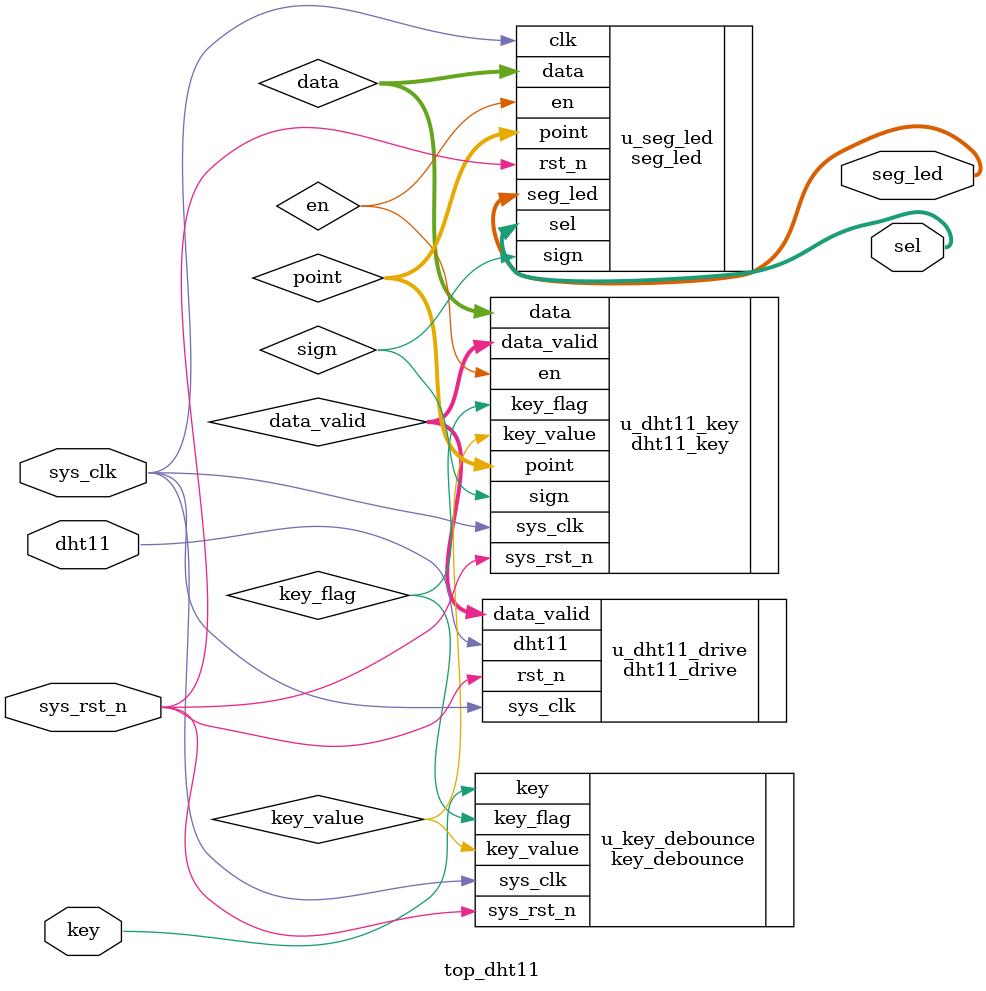
<source format=v>

module top_dht11(
    input          sys_clk  ,  //系统时钟 
    input          sys_rst_n,  //系统复位
    
    inout          dht11    ,  //DHT11总线
    input          key      ,  //按键
    output  [5:0]  sel      ,  //数码管位选信号
    output  [7:0]  seg_led     //数码管段选信号
);
//wire define
wire  [31:0]  data_valid;
wire  [19:0]  data      ;
wire  [5:0]   point     ;

//*****************************************************
//**                    main code
//*****************************************************

//dht11驱动模块
dht11_drive u_dht11_drive (
    .sys_clk        (sys_clk),
    .rst_n          (sys_rst_n),
    
    .dht11          (dht11),
    .data_valid     (data_valid)
    );


//按键消抖模块
key_debounce u_key_debounce(
    .sys_clk        (sys_clk),
    .sys_rst_n      (sys_rst_n),
    
    .key            (key),
    .key_flag       (key_flag),
    .key_value      (key_value)
    );

//按键控制温/湿度显示
dht11_key u_dht11_key(
    .sys_clk        (sys_clk),
    .sys_rst_n      (sys_rst_n),
    
    .key_flag       (key_flag),
    .key_value      (key_value),
    .data_valid     (data_valid),
    
    .data           (data),
    .sign           (sign),
    .en             (en),                     
    .point          (point)
    );

//动态数码管显示模块
seg_led u_seg_led (
    .clk            (sys_clk),
    .rst_n          (sys_rst_n),
    
    .sel            (sel),
    .seg_led        (seg_led),
    
    .data           (data),
    .point          (point),
    .en             (en),
    .sign           (sign)
    );

endmodule 
</source>
